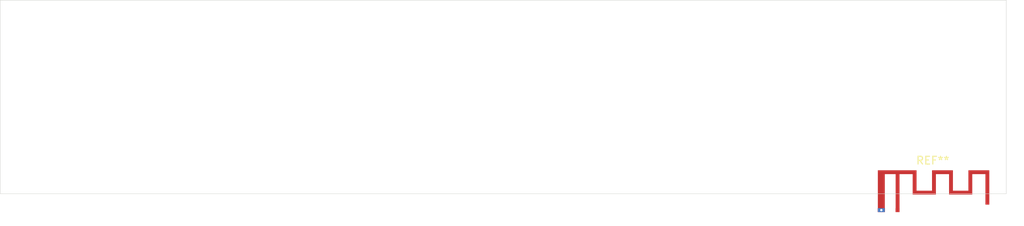
<source format=kicad_pcb>
(kicad_pcb (version 20240108) (generator "pcbnew") (generator_version "8.0")
  (layers (0 "F.Cu" signal) (31 "B.Cu" signal) (34 "B.Paste" user) (35 "F.Paste" user) (36 "B.SilkS" user "B.Silkscreen") (37 "F.SilkS" user "F.Silkscreen") (38 "B.Mask" user) (39 "F.Mask" user) (44 "Edge.Cuts" user))
  (net 0 "")
  (footprint "RF_Antenna:Texas_SWRA117D_2.4GHz_Right" (layer "F.Cu") (at 160.95 67.125)
    (property "Reference" "REF**" (at 4.55 -6.41 360) (layer "F.SilkS"))
    (property "Value" "Texas_SWRA117D_2.4GHz_Right")
    (fp_poly (pts (xy 2.45 -2.51) (xy 4.45 -2.51) (xy 4.45 -5.15) (xy 7.15 -5.15) (xy 7.15 -2.51) (xy 9.15 -2.51) (xy 9.15 -5.15) (xy 11.85 -5.15) (xy 11.85 -0.71) (xy 11.35 -0.71) (xy 11.35 -4.65) (xy 9.65 -4.65) (xy 9.65 -2.01) (xy 6.65 -2.01) (xy 6.65 -4.65) (xy 4.95 -4.65) (xy 4.95 -2.01) (xy 1.95 -2.01) (xy 1.95 -4.65) (xy 0.25 -4.65) (xy 0.25 0.25) (xy -0.25 0.25) (xy -0.25 -4.65) (xy -1.65 -4.65) (xy -1.65 0.25) (xy -2.55 0.25) (xy -2.55 0.006785) (xy -2.247583 0.006785) (xy -2.237742 0.054395) (xy -2.213674 0.096797) (xy -2.175731 0.129581) (xy -2.167819 0.133935) (xy -2.125156 0.146043) (xy -2.076637 0.1453) (xy -2.031122 0.1324) (xy -2.012511 0.121787) (xy -1.978868 0.086553) (xy -1.958309 0.041368) (xy -1.951778 -0.008158) (xy -1.960218 -0.056417) (xy -1.977112 -0.088643) (xy -2.012372 -0.121313) (xy -2.057682 -0.141408) (xy -2.107267 -0.147982) (xy -2.155353 -0.140092) (xy -2.188245 -0.123186) (xy -2.223185 -0.086416) (xy -2.242847 -0.041622) (xy -2.247583 0.006785) (xy -2.55 0.006785) (xy -2.55 -5.15) (xy 2.45 -5.15) (xy 2.45 -2.51)) (fill solid) (layer "F.Cu"))
    (pad "1" connect rect (at 0 0) (size 0.5 0.5) (layers "F.Cu"))
    (pad "2" thru_hole rect (at -2.1 0) (size 0.9 0.5) (drill 0.3) (layers "*.Cu"))
  )
  (gr_rect (start 45 40) (end 175 65) (stroke (width 0.05)) (fill none) (layer "Edge.Cuts"))
)
</source>
